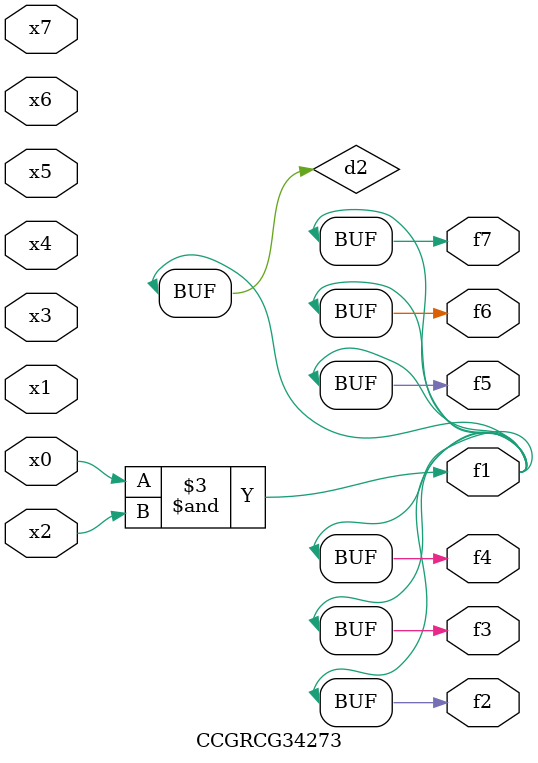
<source format=v>
module CCGRCG34273(
	input x0, x1, x2, x3, x4, x5, x6, x7,
	output f1, f2, f3, f4, f5, f6, f7
);

	wire d1, d2;

	nor (d1, x3, x6);
	and (d2, x0, x2);
	assign f1 = d2;
	assign f2 = d2;
	assign f3 = d2;
	assign f4 = d2;
	assign f5 = d2;
	assign f6 = d2;
	assign f7 = d2;
endmodule

</source>
